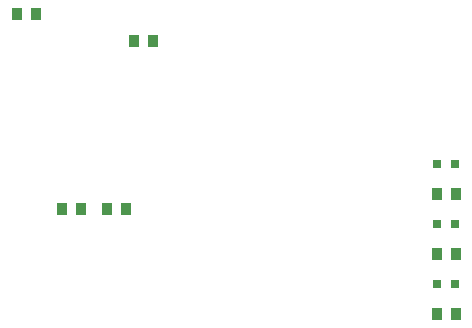
<source format=gbr>
G04 EAGLE Gerber RS-274X export*
G75*
%MOMM*%
%FSLAX34Y34*%
%LPD*%
%INSolderpaste Top*%
%IPPOS*%
%AMOC8*
5,1,8,0,0,1.08239X$1,22.5*%
G01*
%ADD10R,0.800000X0.800000*%
%ADD11R,0.949959X1.031241*%


D10*
X-833000Y-2565400D03*
X-818000Y-2565400D03*
D11*
X-1074039Y-2359660D03*
X-1090041Y-2359660D03*
D10*
X-833000Y-2463800D03*
X-818000Y-2463800D03*
X-833000Y-2514600D03*
X-818000Y-2514600D03*
D11*
X-833501Y-2489200D03*
X-817499Y-2489200D03*
X-833501Y-2540000D03*
X-817499Y-2540000D03*
X-833501Y-2590800D03*
X-817499Y-2590800D03*
X-1189101Y-2336800D03*
X-1173099Y-2336800D03*
X-1096899Y-2501900D03*
X-1112901Y-2501900D03*
X-1151001Y-2501900D03*
X-1134999Y-2501900D03*
M02*

</source>
